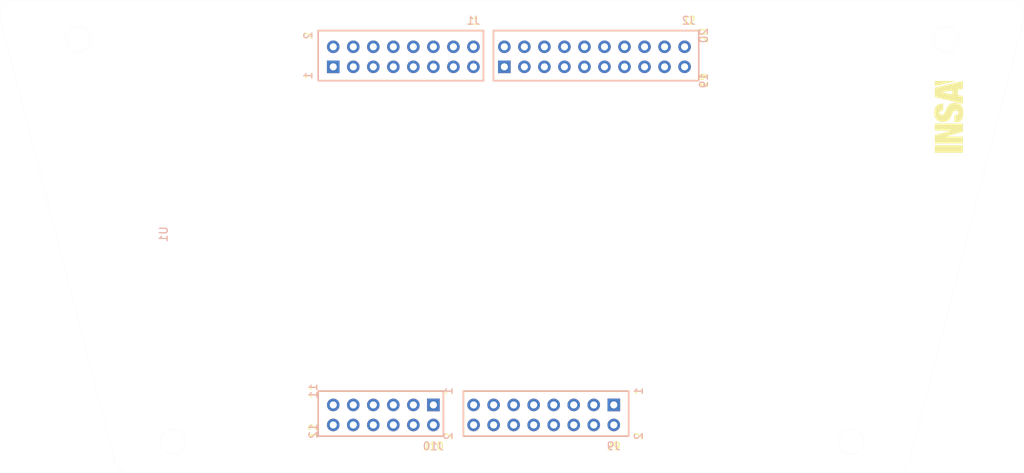
<source format=kicad_pcb>
(kicad_pcb (version 20171130) (host pcbnew 5.0.2-bee76a0~70~ubuntu18.04.1)

  (general
    (thickness 1.6)
    (drawings 12)
    (tracks 0)
    (zones 0)
    (modules 2)
    (nets 1)
  )

  (page A4)
  (layers
    (0 F.Cu signal)
    (31 B.Cu signal)
    (32 B.Adhes user)
    (33 F.Adhes user)
    (34 B.Paste user)
    (35 F.Paste user)
    (36 B.SilkS user)
    (37 F.SilkS user)
    (38 B.Mask user)
    (39 F.Mask user)
    (40 Dwgs.User user)
    (41 Cmts.User user)
    (42 Eco1.User user)
    (43 Eco2.User user)
    (44 Edge.Cuts user)
    (45 Margin user)
    (46 B.CrtYd user)
    (47 F.CrtYd user)
    (48 B.Fab user)
    (49 F.Fab user)
  )

  (setup
    (last_trace_width 0.25)
    (user_trace_width 0.25)
    (user_trace_width 0.3)
    (user_trace_width 0.35)
    (user_trace_width 0.4)
    (user_trace_width 0.5)
    (user_trace_width 0.75)
    (user_trace_width 1)
    (user_trace_width 2)
    (user_trace_width 3)
    (user_trace_width 5)
    (trace_clearance 0.2)
    (zone_clearance 0.508)
    (zone_45_only no)
    (trace_min 0.2)
    (segment_width 0.2)
    (edge_width 0.15)
    (via_size 0.8)
    (via_drill 0.4)
    (via_min_size 0.4)
    (via_min_drill 0.3)
    (user_via 0.7 0.4)
    (user_via 1 0.6)
    (user_via 1.5 0.8)
    (user_via 1.8 1)
    (user_via 2 1.2)
    (uvia_size 0.3)
    (uvia_drill 0.1)
    (uvias_allowed no)
    (uvia_min_size 0.2)
    (uvia_min_drill 0.1)
    (pcb_text_width 0.3)
    (pcb_text_size 1.5 1.5)
    (mod_edge_width 0.15)
    (mod_text_size 1 1)
    (mod_text_width 0.15)
    (pad_size 1.524 1.524)
    (pad_drill 0.762)
    (pad_to_mask_clearance 0.051)
    (solder_mask_min_width 0.25)
    (aux_axis_origin 0 0)
    (visible_elements FFFFFF7F)
    (pcbplotparams
      (layerselection 0x010fc_ffffffff)
      (usegerberextensions false)
      (usegerberattributes false)
      (usegerberadvancedattributes false)
      (creategerberjobfile false)
      (excludeedgelayer true)
      (linewidth 0.100000)
      (plotframeref false)
      (viasonmask false)
      (mode 1)
      (useauxorigin false)
      (hpglpennumber 1)
      (hpglpenspeed 20)
      (hpglpendiameter 15.000000)
      (psnegative false)
      (psa4output false)
      (plotreference true)
      (plotvalue true)
      (plotinvisibletext false)
      (padsonsilk false)
      (subtractmaskfromsilk false)
      (outputformat 1)
      (mirror false)
      (drillshape 1)
      (scaleselection 1)
      (outputdirectory ""))
  )

  (net 0 "")

  (net_class Default "Ceci est la Netclass par défaut."
    (clearance 0.2)
    (trace_width 0.25)
    (via_dia 0.8)
    (via_drill 0.4)
    (uvia_dia 0.3)
    (uvia_drill 0.1)
  )

  (module Insa:insa-image (layer F.Cu) (tedit 0) (tstamp 5D746331)
    (at 210.312 88.9 90)
    (path /5DFFCBC5)
    (fp_text reference Logo1 (at 0 0 90) (layer F.SilkS) hide
      (effects (font (size 1.524 1.524) (thickness 0.3)))
    )
    (fp_text value LOGO (at 0.75 0 90) (layer F.SilkS) hide
      (effects (font (size 1.524 1.524) (thickness 0.3)))
    )
    (fp_poly (pts (xy 0.537899 -1.989188) (xy 0.682291 -1.978388) (xy 0.797311 -1.961026) (xy 0.993266 -1.901446)
      (xy 1.159745 -1.811761) (xy 1.295966 -1.69299) (xy 1.40115 -1.546152) (xy 1.474513 -1.372266)
      (xy 1.515276 -1.172351) (xy 1.524 -1.013111) (xy 1.524 -0.889) (xy 0.656166 -0.889)
      (xy 0.656166 -0.940875) (xy 0.643806 -1.064248) (xy 0.609513 -1.173904) (xy 0.557467 -1.263123)
      (xy 0.491846 -1.325185) (xy 0.416832 -1.353369) (xy 0.398991 -1.354354) (xy 0.297363 -1.334881)
      (xy 0.215098 -1.281166) (xy 0.157278 -1.19882) (xy 0.128989 -1.093454) (xy 0.127 -1.054152)
      (xy 0.133154 -0.971225) (xy 0.154162 -0.898486) (xy 0.193841 -0.832637) (xy 0.256006 -0.770378)
      (xy 0.344476 -0.708411) (xy 0.463066 -0.643438) (xy 0.615594 -0.572158) (xy 0.752754 -0.513331)
      (xy 0.868474 -0.462933) (xy 0.980989 -0.410382) (xy 1.079341 -0.361032) (xy 1.152571 -0.320238)
      (xy 1.168063 -0.310428) (xy 1.330873 -0.180121) (xy 1.457621 -0.028873) (xy 1.548696 0.144168)
      (xy 1.604484 0.339853) (xy 1.625374 0.559034) (xy 1.622244 0.688045) (xy 1.594521 0.907497)
      (xy 1.539358 1.095513) (xy 1.455091 1.25424) (xy 1.340055 1.385823) (xy 1.192585 1.49241)
      (xy 1.011015 1.576145) (xy 0.907039 1.610081) (xy 0.797673 1.633398) (xy 0.657715 1.650807)
      (xy 0.498539 1.661976) (xy 0.331517 1.666574) (xy 0.168024 1.664272) (xy 0.019431 1.654737)
      (xy -0.094675 1.639229) (xy -0.296195 1.584582) (xy -0.465904 1.502331) (xy -0.604065 1.392138)
      (xy -0.710942 1.253663) (xy -0.786799 1.086567) (xy -0.831898 0.890512) (xy -0.846507 0.672042)
      (xy -0.846667 0.550334) (xy 0.058031 0.550334) (xy 0.072896 0.681715) (xy 0.096231 0.816115)
      (xy 0.133587 0.914092) (xy 0.188298 0.980185) (xy 0.263699 1.018933) (xy 0.330388 1.032196)
      (xy 0.436807 1.025864) (xy 0.526303 0.985415) (xy 0.594824 0.917063) (xy 0.638321 0.827022)
      (xy 0.65274 0.721503) (xy 0.634031 0.606721) (xy 0.624933 0.580492) (xy 0.587438 0.508949)
      (xy 0.529301 0.442394) (xy 0.445988 0.377583) (xy 0.33296 0.311275) (xy 0.185683 0.240226)
      (xy 0.091626 0.199302) (xy -0.056235 0.135844) (xy -0.171762 0.083655) (xy -0.262127 0.038783)
      (xy -0.334498 -0.002721) (xy -0.396046 -0.044808) (xy -0.453941 -0.091427) (xy -0.483863 -0.117765)
      (xy -0.603042 -0.24263) (xy -0.690714 -0.377506) (xy -0.74954 -0.529162) (xy -0.782181 -0.704363)
      (xy -0.791358 -0.899583) (xy -0.775704 -1.137766) (xy -0.730298 -1.34599) (xy -0.654764 -1.524771)
      (xy -0.548731 -1.674628) (xy -0.411826 -1.796078) (xy -0.243675 -1.88964) (xy -0.043905 -1.955831)
      (xy -0.027767 -1.959677) (xy 0.084847 -1.977917) (xy 0.225668 -1.988931) (xy 0.381189 -1.992695)
      (xy 0.537899 -1.989188)) (layer F.SilkS) (width 0.01))
    (fp_poly (pts (xy -3.7465 1.629834) (xy -4.699 1.629834) (xy -4.699 -1.926166) (xy -3.7465 -1.926166)
      (xy -3.7465 1.629834)) (layer F.SilkS) (width 0.01))
    (fp_poly (pts (xy -0.994834 1.629834) (xy -2.03036 1.629834) (xy -2.059578 1.529292) (xy -2.071186 1.488732)
      (xy -2.092991 1.411942) (xy -2.123715 1.303442) (xy -2.16208 1.16775) (xy -2.206811 1.009386)
      (xy -2.256629 0.832869) (xy -2.310257 0.642719) (xy -2.362023 0.459057) (xy -2.63525 -0.510636)
      (xy -2.646222 1.629834) (xy -3.513667 1.629834) (xy -3.513667 -1.926166) (xy -2.465917 -1.925752)
      (xy -1.894417 0.169296) (xy -1.883439 -1.926166) (xy -0.994834 -1.926166) (xy -0.994834 1.629834)) (layer F.SilkS) (width 0.01))
    (fp_poly (pts (xy 3.619724 -1.646034) (xy 3.636266 -1.577792) (xy 3.661877 -1.472594) (xy 3.695539 -1.334602)
      (xy 3.736236 -1.167976) (xy 3.782949 -0.976874) (xy 3.834663 -0.765456) (xy 3.890359 -0.537884)
      (xy 3.949022 -0.298316) (xy 4.009634 -0.050912) (xy 4.045059 0.093629) (xy 4.104251 0.335639)
      (xy 4.160383 0.566174) (xy 4.212647 0.781853) (xy 4.260237 0.979295) (xy 4.302344 1.155116)
      (xy 4.338161 1.305934) (xy 4.36688 1.428369) (xy 4.387693 1.519038) (xy 4.399794 1.574559)
      (xy 4.402666 1.591171) (xy 4.400382 1.603461) (xy 4.39018 1.612836) (xy 4.367041 1.619688)
      (xy 4.325943 1.624409) (xy 4.261864 1.627392) (xy 4.169784 1.629028) (xy 4.044681 1.62971)
      (xy 3.907895 1.629834) (xy 3.413125 1.629834) (xy 3.402086 1.571625) (xy 3.394788 1.528322)
      (xy 3.383116 1.453655) (xy 3.368687 1.358169) (xy 3.35337 1.254125) (xy 3.315692 0.994834)
      (xy 2.605418 0.994834) (xy 2.592744 1.063625) (xy 2.58449 1.112221) (xy 2.571858 1.191069)
      (xy 2.556684 1.288549) (xy 2.543393 1.375834) (xy 2.506716 1.61925) (xy 2.015358 1.624932)
      (xy 1.858605 1.626555) (xy 1.73916 1.627112) (xy 1.652004 1.626278) (xy 1.592117 1.623729)
      (xy 1.554482 1.61914) (xy 1.534078 1.612185) (xy 1.525887 1.60254) (xy 1.524743 1.593182)
      (xy 1.529715 1.567322) (xy 1.543917 1.503403) (xy 1.566619 1.404509) (xy 1.597091 1.273725)
      (xy 1.634606 1.114138) (xy 1.678433 0.928833) (xy 1.727844 0.720896) (xy 1.78211 0.493411)
      (xy 1.834342 0.275192) (xy 2.715817 0.275192) (xy 2.727924 0.28578) (xy 2.759825 0.292116)
      (xy 2.818242 0.295263) (xy 2.909898 0.296283) (xy 2.951323 0.296334) (xy 3.063741 0.295039)
      (xy 3.13873 0.290808) (xy 3.181123 0.283117) (xy 3.195757 0.271443) (xy 3.19588 0.269875)
      (xy 3.192353 0.242076) (xy 3.182642 0.179476) (xy 3.167773 0.088044) (xy 3.148774 -0.026247)
      (xy 3.126673 -0.157426) (xy 3.102497 -0.299523) (xy 3.077273 -0.446566) (xy 3.052029 -0.592585)
      (xy 3.027793 -0.731608) (xy 3.005592 -0.857664) (xy 2.986454 -0.964782) (xy 2.971407 -1.046992)
      (xy 2.961477 -1.098321) (xy 2.957873 -1.113182) (xy 2.952976 -1.094709) (xy 2.942066 -1.039337)
      (xy 2.926013 -0.951937) (xy 2.905685 -0.837378) (xy 2.881952 -0.700533) (xy 2.855684 -0.546272)
      (xy 2.839281 -0.448663) (xy 2.811612 -0.283951) (xy 2.785782 -0.131603) (xy 2.762709 0.003081)
      (xy 2.74331 0.114799) (xy 2.728503 0.198249) (xy 2.719204 0.24813) (xy 2.716782 0.259292)
      (xy 2.715817 0.275192) (xy 1.834342 0.275192) (xy 1.840501 0.249464) (xy 1.902289 -0.007859)
      (xy 1.943707 -0.179916) (xy 2.361928 -1.915583) (xy 3.551996 -1.926819) (xy 3.619724 -1.646034)) (layer F.SilkS) (width 0.01))
    (fp_poly (pts (xy 4.402666 -0.592666) (xy 4.402585 -0.359383) (xy 4.402349 -0.139078) (xy 4.401974 0.064679)
      (xy 4.401473 0.248317) (xy 4.400861 0.408266) (xy 4.400152 0.540956) (xy 4.39936 0.642817)
      (xy 4.3985 0.710278) (xy 4.397584 0.73977) (xy 4.397375 0.740808) (xy 4.391731 0.720777)
      (xy 4.377252 0.663009) (xy 4.35477 0.570984) (xy 4.325118 0.44818) (xy 4.289131 0.298075)
      (xy 4.247642 0.124148) (xy 4.201483 -0.070122) (xy 4.151489 -0.281258) (xy 4.098493 -0.505781)
      (xy 4.086743 -0.55565) (xy 4.032984 -0.783866) (xy 3.981948 -1.00044) (xy 3.934489 -1.201762)
      (xy 3.891457 -1.384219) (xy 3.853706 -1.544202) (xy 3.822088 -1.678098) (xy 3.797454 -1.782297)
      (xy 3.780658 -1.853188) (xy 3.77255 -1.88716) (xy 3.772066 -1.889125) (xy 3.77154 -1.903342)
      (xy 3.7823 -1.913388) (xy 3.810342 -1.919977) (xy 3.861665 -1.923825) (xy 3.942266 -1.925647)
      (xy 4.058142 -1.926159) (xy 4.082697 -1.926166) (xy 4.402666 -1.926166) (xy 4.402666 -0.592666)) (layer F.SilkS) (width 0.01))
  )

  (module Insa:FRDM-KL25Z (layer B.Cu) (tedit 5D668DFA) (tstamp 5D7463C2)
    (at 149.86 104.14 90)
    (path /5DFFCA8E)
    (fp_text reference U1 (at 0.2 -39.3 90) (layer B.SilkS)
      (effects (font (size 1 1) (thickness 0.15)) (justify mirror))
    )
    (fp_text value FRDM-KL25Z (at 0.2 -38.3 90) (layer B.Fab)
      (effects (font (size 1 1) (thickness 0.15)) (justify mirror))
    )
    (fp_line (start 19.685 28.575) (end 26.035 28.575) (layer B.SilkS) (width 0.2))
    (fp_line (start 26.035 28.575) (end 26.035 2.54) (layer B.SilkS) (width 0.2))
    (fp_line (start 26.035 2.54) (end 19.685 2.54) (layer B.SilkS) (width 0.2))
    (fp_line (start 19.685 2.54) (end 19.685 28.575) (layer B.SilkS) (width 0.2))
    (fp_line (start 19.685 1.27) (end 26.035 1.27) (layer B.SilkS) (width 0.2))
    (fp_line (start 26.035 1.27) (end 26.035 -19.685) (layer B.SilkS) (width 0.2))
    (fp_line (start 26.035 -19.685) (end 19.685 -19.685) (layer B.SilkS) (width 0.2))
    (fp_line (start 19.685 -19.685) (end 19.685 1.27) (layer B.SilkS) (width 0.2))
    (fp_line (start -25.4 -19.685) (end -19.685 -19.685) (layer B.SilkS) (width 0.2))
    (fp_line (start -19.685 -19.685) (end -19.685 -3.81) (layer B.SilkS) (width 0.2))
    (fp_line (start -19.685 -3.81) (end -25.4 -3.81) (layer B.SilkS) (width 0.2))
    (fp_line (start -25.4 -3.81) (end -25.4 -19.685) (layer B.SilkS) (width 0.2))
    (fp_line (start -25.4 -1.27) (end -19.685 -1.27) (layer B.SilkS) (width 0.2))
    (fp_line (start -19.685 -1.27) (end -19.685 19.685) (layer B.SilkS) (width 0.2))
    (fp_line (start -19.685 19.685) (end -25.4 19.685) (layer B.SilkS) (width 0.2))
    (fp_line (start -25.4 19.685) (end -25.4 -1.27) (layer B.SilkS) (width 0.2))
    (fp_line (start 19.685 28.575) (end 26.035 28.575) (layer F.SilkS) (width 0.2))
    (fp_line (start 26.035 28.575) (end 26.035 2.54) (layer F.SilkS) (width 0.2))
    (fp_line (start 26.035 2.54) (end 19.685 2.54) (layer F.SilkS) (width 0.2))
    (fp_line (start 19.685 2.54) (end 19.685 28.575) (layer F.SilkS) (width 0.2))
    (fp_line (start 19.685 1.27) (end 26.035 1.27) (layer F.SilkS) (width 0.2))
    (fp_line (start 26.035 1.27) (end 26.035 -19.685) (layer F.SilkS) (width 0.2))
    (fp_line (start 26.035 -19.685) (end 19.685 -19.685) (layer F.SilkS) (width 0.2))
    (fp_line (start 19.685 -19.685) (end 19.685 1.27) (layer F.SilkS) (width 0.2))
    (fp_line (start -25.4 -3.81) (end -19.685 -3.81) (layer F.SilkS) (width 0.2))
    (fp_line (start -19.685 -3.81) (end -19.685 -19.685) (layer F.SilkS) (width 0.2))
    (fp_line (start -19.685 -19.685) (end -25.4 -19.685) (layer F.SilkS) (width 0.2))
    (fp_line (start -25.4 -19.685) (end -25.4 -3.81) (layer F.SilkS) (width 0.2))
    (fp_line (start -25.4 -1.27) (end -19.685 -1.27) (layer F.SilkS) (width 0.2))
    (fp_line (start -19.685 -1.27) (end -19.685 19.685) (layer F.SilkS) (width 0.2))
    (fp_line (start -19.685 19.685) (end -25.4 19.685) (layer F.SilkS) (width 0.2))
    (fp_line (start -25.4 19.685) (end -25.4 -1.27) (layer F.SilkS) (width 0.2))
    (fp_text user J1 (at 27.305 0) (layer F.SilkS)
      (effects (font (size 1 1) (thickness 0.15)))
    )
    (fp_text user J2 (at 27.305 27.305) (layer F.SilkS)
      (effects (font (size 1 1) (thickness 0.15)))
    )
    (fp_text user J9 (at -26.67 17.78) (layer F.SilkS)
      (effects (font (size 1 1) (thickness 0.15)))
    )
    (fp_text user J10 (at -26.67 -5.08) (layer F.SilkS)
      (effects (font (size 1 1) (thickness 0.15)))
    )
    (fp_text user J2 (at 27.305 27.305) (layer B.SilkS)
      (effects (font (size 1 1) (thickness 0.15)) (justify mirror))
    )
    (fp_text user J1 (at 27.305 0) (layer B.SilkS)
      (effects (font (size 1 1) (thickness 0.15)) (justify mirror))
    )
    (fp_text user J9 (at -26.67 17.78) (layer B.SilkS)
      (effects (font (size 1 1) (thickness 0.15)) (justify mirror))
    )
    (fp_text user J10 (at -26.67 -5.08) (layer B.SilkS)
      (effects (font (size 1 1) (thickness 0.15)) (justify mirror))
    )
    (fp_text user 1 (at -19.685 20.955 90) (layer B.SilkS)
      (effects (font (size 1 1) (thickness 0.15)) (justify mirror))
    )
    (fp_text user 2 (at -25.4 20.955 90) (layer B.SilkS)
      (effects (font (size 1 1) (thickness 0.15)) (justify mirror))
    )
    (fp_text user 1 (at -19.685 -3.175 90) (layer B.SilkS)
      (effects (font (size 1 1) (thickness 0.15)) (justify mirror))
    )
    (fp_text user 2 (at -25.4 -3.175 90) (layer B.SilkS)
      (effects (font (size 1 1) (thickness 0.15)) (justify mirror))
    )
    (fp_text user 11 (at -19.685 -20.32 90) (layer B.SilkS)
      (effects (font (size 1 1) (thickness 0.15)) (justify mirror))
    )
    (fp_text user 12 (at -24.765 -20.32 90) (layer B.SilkS)
      (effects (font (size 1 1) (thickness 0.15)) (justify mirror))
    )
    (fp_text user 19 (at 19.685 29.21 90) (layer B.SilkS)
      (effects (font (size 1 1) (thickness 0.15)) (justify mirror))
    )
    (fp_text user 20 (at 25.4 29.21 90) (layer B.SilkS)
      (effects (font (size 1 1) (thickness 0.15)) (justify mirror))
    )
    (fp_text user 1 (at 20.32 -20.955 90) (layer B.SilkS)
      (effects (font (size 1 1) (thickness 0.15)) (justify mirror))
    )
    (fp_text user 2 (at 25.4 -20.955 90) (layer B.SilkS)
      (effects (font (size 1 1) (thickness 0.15)) (justify mirror))
    )
    (fp_text user 1 (at -19.685 20.955 90) (layer F.SilkS)
      (effects (font (size 1 1) (thickness 0.15)))
    )
    (fp_text user 2 (at -25.4 20.955 90) (layer F.SilkS)
      (effects (font (size 1 1) (thickness 0.15)))
    )
    (fp_text user 1 (at -19.685 -3.175 90) (layer F.SilkS)
      (effects (font (size 1 1) (thickness 0.15)))
    )
    (fp_text user 2 (at -25.4 -3.175 90) (layer F.SilkS)
      (effects (font (size 1 1) (thickness 0.15)))
    )
    (fp_text user 12 (at -24.765 -20.32 90) (layer F.SilkS)
      (effects (font (size 1 1) (thickness 0.15)))
    )
    (fp_text user 11 (at -19.685 -20.32 90) (layer F.SilkS)
      (effects (font (size 1 1) (thickness 0.15)))
    )
    (fp_text user 1 (at 20.32 -20.955 90) (layer F.SilkS)
      (effects (font (size 1 1) (thickness 0.15)))
    )
    (fp_text user 2 (at 25.4 -20.955 90) (layer F.SilkS)
      (effects (font (size 1 1) (thickness 0.15)))
    )
    (fp_text user 19 (at 19.685 29.21 90) (layer F.SilkS)
      (effects (font (size 1 1) (thickness 0.15)))
    )
    (fp_text user 20 (at 25.4 29.21 90) (layer F.SilkS)
      (effects (font (size 1 1) (thickness 0.15)))
    )
    (fp_line (start 26.75 40) (end 26.75 -30) (layer B.CrtYd) (width 0.2))
    (fp_line (start -26.75 -30) (end -26.75 40) (layer B.CrtYd) (width 0.2))
    (fp_line (start -21 -35.75) (end 21 -35.75) (layer B.CrtYd) (width 0.2))
    (fp_line (start -21 45.75) (end 21 45.75) (layer B.CrtYd) (width 0.2))
    (fp_arc (start -21 40) (end -21 45.75) (angle 90) (layer B.CrtYd) (width 0.2))
    (fp_arc (start 21 40) (end 26.75 40) (angle 90) (layer B.CrtYd) (width 0.2))
    (fp_arc (start 21 -30) (end 21 -35.75) (angle 90) (layer B.CrtYd) (width 0.2))
    (fp_arc (start -21 -30) (end -26.75 -30) (angle 90) (layer B.CrtYd) (width 0.2))
    (fp_line (start 16 47) (end 16 40) (layer B.CrtYd) (width 0.2))
    (fp_line (start 16 40) (end 10 40) (layer B.CrtYd) (width 0.2))
    (fp_line (start 10 40) (end 10 47) (layer B.CrtYd) (width 0.2))
    (fp_line (start 10 47) (end 16 47) (layer B.CrtYd) (width 0.2))
    (fp_line (start -16 40) (end -11 40) (layer B.CrtYd) (width 0.2))
    (fp_line (start -11 40) (end -10 40) (layer B.CrtYd) (width 0.2))
    (fp_line (start -10 40) (end -10 47) (layer B.CrtYd) (width 0.2))
    (fp_line (start -10 47) (end -16 47) (layer B.CrtYd) (width 0.2))
    (fp_line (start -16 47) (end -16 40) (layer B.CrtYd) (width 0.2))
    (pad 2.14 thru_hole circle (at 23.98 19.16 90) (size 1.6 1.6) (drill 0.9) (layers *.Cu *.Mask))
    (pad 2.12 thru_hole circle (at 23.98 16.62 90) (size 1.6 1.6) (drill 0.9) (layers *.Cu *.Mask))
    (pad 2.10 thru_hole circle (at 23.98 14.08 90) (size 1.6 1.6) (drill 0.9) (layers *.Cu *.Mask))
    (pad 2.8 thru_hole circle (at 23.98 11.54 90) (size 1.6 1.6) (drill 0.9) (layers *.Cu *.Mask))
    (pad 2.6 thru_hole circle (at 23.98 9 90) (size 1.6 1.6) (drill 0.9) (layers *.Cu *.Mask))
    (pad 2.4 thru_hole circle (at 23.98 6.46 90) (size 1.6 1.6) (drill 0.9) (layers *.Cu *.Mask))
    (pad 2.2 thru_hole circle (at 23.98 3.92 90) (size 1.6 1.6) (drill 0.9) (layers *.Cu *.Mask))
    (pad 2.16 thru_hole circle (at 23.98 21.7 90) (size 1.6 1.6) (drill 0.9) (layers *.Cu *.Mask))
    (pad 2.18 thru_hole circle (at 23.98 24.24 90) (size 1.6 1.6) (drill 0.9) (layers *.Cu *.Mask))
    (pad 2.20 thru_hole circle (at 23.98 26.78 90) (size 1.6 1.6) (drill 0.9) (layers *.Cu *.Mask))
    (pad 2.19 thru_hole circle (at 21.44 26.78 90) (size 1.6 1.6) (drill 0.9) (layers *.Cu *.Mask))
    (pad 2.17 thru_hole circle (at 21.44 24.24 90) (size 1.6 1.6) (drill 0.9) (layers *.Cu *.Mask))
    (pad 2.15 thru_hole circle (at 21.44 21.7 90) (size 1.6 1.6) (drill 0.9) (layers *.Cu *.Mask))
    (pad 2.13 thru_hole circle (at 21.44 19.16 90) (size 1.6 1.6) (drill 0.9) (layers *.Cu *.Mask))
    (pad 2.11 thru_hole circle (at 21.44 16.62 90) (size 1.6 1.6) (drill 0.9) (layers *.Cu *.Mask))
    (pad 2.9 thru_hole circle (at 21.44 14.08 90) (size 1.6 1.6) (drill 0.9) (layers *.Cu *.Mask))
    (pad 2.7 thru_hole circle (at 21.44 11.54 90) (size 1.6 1.6) (drill 0.9) (layers *.Cu *.Mask))
    (pad 2.5 thru_hole circle (at 21.44 9 90) (size 1.6 1.6) (drill 0.9) (layers *.Cu *.Mask))
    (pad 2.3 thru_hole circle (at 21.44 6.46 90) (size 1.6 1.6) (drill 0.9) (layers *.Cu *.Mask))
    (pad 2.1 thru_hole rect (at 21.44 3.92 90) (size 1.6 1.6) (drill 0.9) (layers *.Cu *.Mask))
    (pad 1.15 thru_hole circle (at 21.44 0 90) (size 1.6 1.6) (drill 0.9) (layers *.Cu *.Mask))
    (pad 1.16 thru_hole circle (at 23.98 0 90) (size 1.6 1.6) (drill 0.9) (layers *.Cu *.Mask))
    (pad 1.14 thru_hole circle (at 23.98 -2.54 90) (size 1.6 1.6) (drill 0.9) (layers *.Cu *.Mask))
    (pad 1.13 thru_hole circle (at 21.44 -2.54 90) (size 1.6 1.6) (drill 0.9) (layers *.Cu *.Mask))
    (pad 1.11 thru_hole circle (at 21.44 -5.08 90) (size 1.6 1.6) (drill 0.9) (layers *.Cu *.Mask))
    (pad 1.12 thru_hole circle (at 23.98 -5.08 90) (size 1.6 1.6) (drill 0.9) (layers *.Cu *.Mask))
    (pad 1.10 thru_hole circle (at 23.98 -7.62 90) (size 1.6 1.6) (drill 0.9) (layers *.Cu *.Mask))
    (pad 1.9 thru_hole circle (at 21.44 -7.62 90) (size 1.6 1.6) (drill 0.9) (layers *.Cu *.Mask))
    (pad 1.7 thru_hole circle (at 21.44 -10.16 90) (size 1.6 1.6) (drill 0.9) (layers *.Cu *.Mask))
    (pad 1.8 thru_hole circle (at 23.98 -10.16 90) (size 1.6 1.6) (drill 0.9) (layers *.Cu *.Mask))
    (pad 1.6 thru_hole circle (at 23.98 -12.7 90) (size 1.6 1.6) (drill 0.9) (layers *.Cu *.Mask))
    (pad 1.5 thru_hole circle (at 21.44 -12.7 90) (size 1.6 1.6) (drill 0.9) (layers *.Cu *.Mask))
    (pad 1.3 thru_hole circle (at 21.44 -15.24 90) (size 1.6 1.6) (drill 0.9) (layers *.Cu *.Mask))
    (pad 1.4 thru_hole circle (at 23.98 -15.24 90) (size 1.6 1.6) (drill 0.9) (layers *.Cu *.Mask))
    (pad 1.2 thru_hole circle (at 23.98 -17.78 90) (size 1.6 1.6) (drill 0.9) (layers *.Cu *.Mask))
    (pad 1.1 thru_hole rect (at 21.44 -17.78 90) (size 1.6 1.6) (drill 0.9) (layers *.Cu *.Mask))
    (pad 4.12 thru_hole circle (at -23.98 -17.78 90) (size 1.6 1.6) (drill 0.9) (layers *.Cu *.Mask))
    (pad 4.11 thru_hole circle (at -21.44 -17.78 90) (size 1.6 1.6) (drill 0.9) (layers *.Cu *.Mask))
    (pad 4.9 thru_hole circle (at -21.44 -15.24 90) (size 1.6 1.6) (drill 0.9) (layers *.Cu *.Mask))
    (pad 4.10 thru_hole circle (at -23.98 -15.24 90) (size 1.6 1.6) (drill 0.9) (layers *.Cu *.Mask))
    (pad 4.8 thru_hole circle (at -23.98 -12.7 90) (size 1.6 1.6) (drill 0.9) (layers *.Cu *.Mask))
    (pad 4.7 thru_hole circle (at -21.44 -12.7 90) (size 1.6 1.6) (drill 0.9) (layers *.Cu *.Mask))
    (pad 4.5 thru_hole circle (at -21.44 -10.16 90) (size 1.6 1.6) (drill 0.9) (layers *.Cu *.Mask))
    (pad 4.6 thru_hole circle (at -23.98 -10.16 90) (size 1.6 1.6) (drill 0.9) (layers *.Cu *.Mask))
    (pad 4.4 thru_hole circle (at -23.98 -7.62 90) (size 1.6 1.6) (drill 0.9) (layers *.Cu *.Mask))
    (pad 4.3 thru_hole circle (at -21.44 -7.62 90) (size 1.6 1.6) (drill 0.9) (layers *.Cu *.Mask))
    (pad 4.1 thru_hole rect (at -21.44 -5.08 90) (size 1.6 1.6) (drill 0.9) (layers *.Cu *.Mask))
    (pad 4.2 thru_hole circle (at -23.98 -5.08 90) (size 1.6 1.6) (drill 0.9) (layers *.Cu *.Mask))
    (pad 3.16 thru_hole circle (at -23.98 0.02 90) (size 1.6 1.6) (drill 0.9) (layers *.Cu *.Mask))
    (pad 3.15 thru_hole circle (at -21.44 0.02 90) (size 1.6 1.6) (drill 0.9) (layers *.Cu *.Mask))
    (pad 3.13 thru_hole circle (at -21.44 2.56 90) (size 1.6 1.6) (drill 0.9) (layers *.Cu *.Mask))
    (pad 3.14 thru_hole circle (at -23.98 2.56 90) (size 1.6 1.6) (drill 0.9) (layers *.Cu *.Mask))
    (pad 3.12 thru_hole circle (at -23.98 5.1 90) (size 1.6 1.6) (drill 0.9) (layers *.Cu *.Mask))
    (pad 3.11 thru_hole circle (at -21.44 5.1 90) (size 1.6 1.6) (drill 0.9) (layers *.Cu *.Mask))
    (pad 3.9 thru_hole circle (at -21.44 7.64 90) (size 1.6 1.6) (drill 0.9) (layers *.Cu *.Mask))
    (pad 3.10 thru_hole circle (at -23.98 7.64 90) (size 1.6 1.6) (drill 0.9) (layers *.Cu *.Mask))
    (pad 3.8 thru_hole circle (at -23.98 10.18 90) (size 1.6 1.6) (drill 0.9) (layers *.Cu *.Mask))
    (pad 3.7 thru_hole circle (at -21.44 10.18 90) (size 1.6 1.6) (drill 0.9) (layers *.Cu *.Mask))
    (pad 3.5 thru_hole circle (at -21.44 12.72 90) (size 1.6 1.6) (drill 0.9) (layers *.Cu *.Mask))
    (pad 3.6 thru_hole circle (at -23.98 12.72 90) (size 1.6 1.6) (drill 0.9) (layers *.Cu *.Mask))
    (pad 3.4 thru_hole circle (at -23.98 15.26 90) (size 1.6 1.6) (drill 0.9) (layers *.Cu *.Mask))
    (pad 3.3 thru_hole circle (at -21.44 15.26 90) (size 1.6 1.6) (drill 0.9) (layers *.Cu *.Mask))
    (pad 3.1 thru_hole rect (at -21.44 17.8 90) (size 1.6 1.6) (drill 0.9) (layers *.Cu *.Mask))
    (pad 3.2 thru_hole circle (at -23.98 17.8 90) (size 1.6 1.6) (drill 0.9) (layers *.Cu *.Mask))
    (model /home/dimercur/Documents/Travail/git/NXP_Cup/insa-nxpcup-1/meca/Inventor/FRDM-KL25Z.stp
      (offset (xyz 27.8 -35.85 12.5))
      (scale (xyz 1 1 1))
      (rotate (xyz 0 180 0))
    )
  )

  (gr_circle (center 99.755 79.23) (end 101.355 79.23) (layer Edge.Cuts) (width 0.01))
  (gr_arc (start 91.820802 76.23) (end 91.820802 74.23) (angle -104.5001668) (layer Edge.Cuts) (width 0.01))
  (gr_circle (center 197.755 130.23) (end 199.355 130.23) (layer Edge.Cuts) (width 0.01))
  (gr_circle (center 209.755 79.23) (end 211.355 79.23) (layer Edge.Cuts) (width 0.01))
  (gr_line (start 219.625492 76.730766) (end 205.142733 132.730766) (layer Edge.Cuts) (width 0.01))
  (gr_line (start 104.367267 132.730766) (end 89.884508 76.730766) (layer Edge.Cuts) (width 0.01))
  (gr_line (start 106.303561 134.23) (end 203.206439 134.23) (layer Edge.Cuts) (width 0.01))
  (gr_arc (start 217.689198 76.23) (end 219.625492 76.730766) (angle -104.5001668) (layer Edge.Cuts) (width 0.01))
  (gr_circle (center 111.755 130.23) (end 113.355 130.23) (layer Edge.Cuts) (width 0.01))
  (gr_line (start 217.689198 74.23) (end 91.820802 74.23) (layer Edge.Cuts) (width 0.01))
  (gr_arc (start 203.206439 132.23) (end 203.206439 134.23) (angle -75.49983323) (layer Edge.Cuts) (width 0.01))
  (gr_arc (start 106.303561 132.23) (end 104.367267 132.730766) (angle -75.49983323) (layer Edge.Cuts) (width 0.01))

)

</source>
